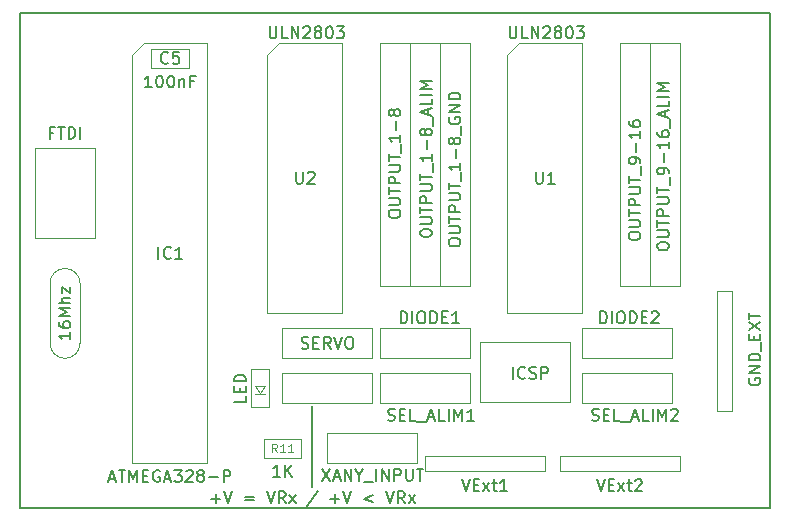
<source format=gbr>
G04 #@! TF.FileFunction,Other,Fab,Top*
%FSLAX46Y46*%
G04 Gerber Fmt 4.6, Leading zero omitted, Abs format (unit mm)*
G04 Created by KiCad (PCBNEW 4.0.7) date 12/18/18 08:39:27*
%MOMM*%
%LPD*%
G01*
G04 APERTURE LIST*
%ADD10C,0.100000*%
%ADD11C,0.200000*%
%ADD12C,0.150000*%
%ADD13C,0.105000*%
G04 APERTURE END LIST*
D10*
D11*
X158115000Y-109982000D02*
X158115000Y-103124000D01*
X133350000Y-69850000D02*
X196850000Y-69850000D01*
X196850000Y-111760000D02*
X133350000Y-111760000D01*
X133350000Y-69850000D02*
X133350000Y-111760000D01*
X196850000Y-111760000D02*
X196850000Y-69850000D01*
D10*
X180975000Y-99060000D02*
X188595000Y-99060000D01*
X188595000Y-99060000D02*
X188595000Y-96520000D01*
X188595000Y-96520000D02*
X180975000Y-96520000D01*
X180975000Y-96520000D02*
X180975000Y-99060000D01*
X163830000Y-99060000D02*
X171450000Y-99060000D01*
X171450000Y-99060000D02*
X171450000Y-96520000D01*
X171450000Y-96520000D02*
X163830000Y-96520000D01*
X163830000Y-96520000D02*
X163830000Y-99060000D01*
X155575000Y-102870000D02*
X163195000Y-102870000D01*
X163195000Y-102870000D02*
X163195000Y-100330000D01*
X163195000Y-100330000D02*
X155575000Y-100330000D01*
X155575000Y-100330000D02*
X155575000Y-102870000D01*
X155575000Y-99060000D02*
X163195000Y-99060000D01*
X163195000Y-99060000D02*
X163195000Y-96520000D01*
X163195000Y-96520000D02*
X155575000Y-96520000D01*
X155575000Y-96520000D02*
X155575000Y-99060000D01*
X144450000Y-74460000D02*
X144450000Y-72860000D01*
X147650000Y-74460000D02*
X144450000Y-74460000D01*
X147650000Y-72860000D02*
X147650000Y-74460000D01*
X144450000Y-72860000D02*
X147650000Y-72860000D01*
X153270000Y-102050000D02*
X154070000Y-102050000D01*
X153670000Y-102000000D02*
X153270000Y-101400000D01*
X154070000Y-101400000D02*
X153670000Y-102000000D01*
X153270000Y-101400000D02*
X154070000Y-101400000D01*
X154470000Y-100000000D02*
X154470000Y-103200000D01*
X152870000Y-100000000D02*
X154470000Y-100000000D01*
X152870000Y-103200000D02*
X152870000Y-100000000D01*
X154470000Y-103200000D02*
X152870000Y-103200000D01*
X143875000Y-72390000D02*
X149225000Y-72390000D01*
X149225000Y-72390000D02*
X149225000Y-107950000D01*
X149225000Y-107950000D02*
X142875000Y-107950000D01*
X142875000Y-107950000D02*
X142875000Y-73390000D01*
X142875000Y-73390000D02*
X143875000Y-72390000D01*
X180975000Y-102870000D02*
X188595000Y-102870000D01*
X188595000Y-102870000D02*
X188595000Y-100330000D01*
X188595000Y-100330000D02*
X180975000Y-100330000D01*
X180975000Y-100330000D02*
X180975000Y-102870000D01*
X163830000Y-102870000D02*
X171450000Y-102870000D01*
X171450000Y-102870000D02*
X171450000Y-100330000D01*
X171450000Y-100330000D02*
X163830000Y-100330000D01*
X163830000Y-100330000D02*
X163830000Y-102870000D01*
X167640000Y-107315000D02*
X177800000Y-107315000D01*
X177800000Y-107315000D02*
X177800000Y-108585000D01*
X177800000Y-108585000D02*
X167640000Y-108585000D01*
X167640000Y-107315000D02*
X167640000Y-108585000D01*
X159385000Y-107950000D02*
X167005000Y-107950000D01*
X167005000Y-107950000D02*
X167005000Y-105410000D01*
X167005000Y-105410000D02*
X159385000Y-105410000D01*
X159385000Y-105410000D02*
X159385000Y-107950000D01*
X134620000Y-81280000D02*
X134620000Y-88900000D01*
X134620000Y-88900000D02*
X139700000Y-88900000D01*
X139700000Y-88900000D02*
X139700000Y-81280000D01*
X139700000Y-81280000D02*
X134620000Y-81280000D01*
X172339000Y-102743000D02*
X179959000Y-102743000D01*
X179959000Y-102743000D02*
X179959000Y-97663000D01*
X179959000Y-97663000D02*
X172339000Y-97663000D01*
X172339000Y-97663000D02*
X172339000Y-102743000D01*
X192405000Y-103505000D02*
X192405000Y-93345000D01*
X192405000Y-93345000D02*
X193675000Y-93345000D01*
X193675000Y-93345000D02*
X193675000Y-103505000D01*
X192405000Y-103505000D02*
X193675000Y-103505000D01*
X179070000Y-107315000D02*
X189230000Y-107315000D01*
X189230000Y-107315000D02*
X189230000Y-108585000D01*
X189230000Y-108585000D02*
X179070000Y-108585000D01*
X179070000Y-107315000D02*
X179070000Y-108585000D01*
X153975000Y-107480000D02*
X153975000Y-105880000D01*
X157175000Y-107480000D02*
X153975000Y-107480000D01*
X157175000Y-105880000D02*
X157175000Y-107480000D01*
X153975000Y-105880000D02*
X157175000Y-105880000D01*
X175625000Y-72390000D02*
X180975000Y-72390000D01*
X180975000Y-72390000D02*
X180975000Y-95250000D01*
X180975000Y-95250000D02*
X174625000Y-95250000D01*
X174625000Y-95250000D02*
X174625000Y-73390000D01*
X174625000Y-73390000D02*
X175625000Y-72390000D01*
X155305000Y-72390000D02*
X160655000Y-72390000D01*
X160655000Y-72390000D02*
X160655000Y-95250000D01*
X160655000Y-95250000D02*
X154305000Y-95250000D01*
X154305000Y-95250000D02*
X154305000Y-73390000D01*
X154305000Y-73390000D02*
X155305000Y-72390000D01*
X137160000Y-91440000D02*
G75*
G03X135890000Y-92710000I0J-1270000D01*
G01*
X138430000Y-92710000D02*
G75*
G03X137160000Y-91440000I-1270000J0D01*
G01*
X137160000Y-99060000D02*
G75*
G03X138430000Y-97790000I0J1270000D01*
G01*
X135890000Y-97790000D02*
G75*
G03X137160000Y-99060000I1270000J0D01*
G01*
X138430000Y-97790000D02*
X138430000Y-92710000D01*
X135890000Y-92710000D02*
X135890000Y-97790000D01*
X184150000Y-90805000D02*
X184150000Y-92964000D01*
X184150000Y-92964000D02*
X186690000Y-92964000D01*
X186690000Y-92964000D02*
X186690000Y-90805000D01*
X186690000Y-72390000D02*
X186690000Y-90805000D01*
X184150000Y-90805000D02*
X184150000Y-72390000D01*
X186690000Y-72390000D02*
X184150000Y-72390000D01*
X186690000Y-90805000D02*
X186690000Y-92964000D01*
X186690000Y-92964000D02*
X189230000Y-92964000D01*
X189230000Y-92964000D02*
X189230000Y-90805000D01*
X189230000Y-72390000D02*
X189230000Y-90805000D01*
X186690000Y-90805000D02*
X186690000Y-72390000D01*
X189230000Y-72390000D02*
X186690000Y-72390000D01*
X163830000Y-90805000D02*
X163830000Y-92964000D01*
X163830000Y-92964000D02*
X166370000Y-92964000D01*
X166370000Y-92964000D02*
X166370000Y-90805000D01*
X166370000Y-72390000D02*
X166370000Y-90805000D01*
X163830000Y-90805000D02*
X163830000Y-72390000D01*
X166370000Y-72390000D02*
X163830000Y-72390000D01*
X166370000Y-90805000D02*
X166370000Y-92964000D01*
X166370000Y-92964000D02*
X168910000Y-92964000D01*
X168910000Y-92964000D02*
X168910000Y-90805000D01*
X168910000Y-72390000D02*
X168910000Y-90805000D01*
X166370000Y-90805000D02*
X166370000Y-72390000D01*
X168910000Y-72390000D02*
X166370000Y-72390000D01*
X168910000Y-90805000D02*
X168910000Y-92964000D01*
X168910000Y-92964000D02*
X171450000Y-92964000D01*
X171450000Y-92964000D02*
X171450000Y-90805000D01*
X171450000Y-72390000D02*
X171450000Y-90805000D01*
X168910000Y-90805000D02*
X168910000Y-72390000D01*
X171450000Y-72390000D02*
X168910000Y-72390000D01*
D12*
X182459619Y-96083381D02*
X182459619Y-95083381D01*
X182697714Y-95083381D01*
X182840572Y-95131000D01*
X182935810Y-95226238D01*
X182983429Y-95321476D01*
X183031048Y-95511952D01*
X183031048Y-95654810D01*
X182983429Y-95845286D01*
X182935810Y-95940524D01*
X182840572Y-96035762D01*
X182697714Y-96083381D01*
X182459619Y-96083381D01*
X183459619Y-96083381D02*
X183459619Y-95083381D01*
X184126285Y-95083381D02*
X184316762Y-95083381D01*
X184412000Y-95131000D01*
X184507238Y-95226238D01*
X184554857Y-95416714D01*
X184554857Y-95750048D01*
X184507238Y-95940524D01*
X184412000Y-96035762D01*
X184316762Y-96083381D01*
X184126285Y-96083381D01*
X184031047Y-96035762D01*
X183935809Y-95940524D01*
X183888190Y-95750048D01*
X183888190Y-95416714D01*
X183935809Y-95226238D01*
X184031047Y-95131000D01*
X184126285Y-95083381D01*
X184983428Y-96083381D02*
X184983428Y-95083381D01*
X185221523Y-95083381D01*
X185364381Y-95131000D01*
X185459619Y-95226238D01*
X185507238Y-95321476D01*
X185554857Y-95511952D01*
X185554857Y-95654810D01*
X185507238Y-95845286D01*
X185459619Y-95940524D01*
X185364381Y-96035762D01*
X185221523Y-96083381D01*
X184983428Y-96083381D01*
X185983428Y-95559571D02*
X186316762Y-95559571D01*
X186459619Y-96083381D02*
X185983428Y-96083381D01*
X185983428Y-95083381D01*
X186459619Y-95083381D01*
X186840571Y-95178619D02*
X186888190Y-95131000D01*
X186983428Y-95083381D01*
X187221524Y-95083381D01*
X187316762Y-95131000D01*
X187364381Y-95178619D01*
X187412000Y-95273857D01*
X187412000Y-95369095D01*
X187364381Y-95511952D01*
X186792952Y-96083381D01*
X187412000Y-96083381D01*
X165568619Y-96083381D02*
X165568619Y-95083381D01*
X165806714Y-95083381D01*
X165949572Y-95131000D01*
X166044810Y-95226238D01*
X166092429Y-95321476D01*
X166140048Y-95511952D01*
X166140048Y-95654810D01*
X166092429Y-95845286D01*
X166044810Y-95940524D01*
X165949572Y-96035762D01*
X165806714Y-96083381D01*
X165568619Y-96083381D01*
X166568619Y-96083381D02*
X166568619Y-95083381D01*
X167235285Y-95083381D02*
X167425762Y-95083381D01*
X167521000Y-95131000D01*
X167616238Y-95226238D01*
X167663857Y-95416714D01*
X167663857Y-95750048D01*
X167616238Y-95940524D01*
X167521000Y-96035762D01*
X167425762Y-96083381D01*
X167235285Y-96083381D01*
X167140047Y-96035762D01*
X167044809Y-95940524D01*
X166997190Y-95750048D01*
X166997190Y-95416714D01*
X167044809Y-95226238D01*
X167140047Y-95131000D01*
X167235285Y-95083381D01*
X168092428Y-96083381D02*
X168092428Y-95083381D01*
X168330523Y-95083381D01*
X168473381Y-95131000D01*
X168568619Y-95226238D01*
X168616238Y-95321476D01*
X168663857Y-95511952D01*
X168663857Y-95654810D01*
X168616238Y-95845286D01*
X168568619Y-95940524D01*
X168473381Y-96035762D01*
X168330523Y-96083381D01*
X168092428Y-96083381D01*
X169092428Y-95559571D02*
X169425762Y-95559571D01*
X169568619Y-96083381D02*
X169092428Y-96083381D01*
X169092428Y-95083381D01*
X169568619Y-95083381D01*
X170521000Y-96083381D02*
X169949571Y-96083381D01*
X170235285Y-96083381D02*
X170235285Y-95083381D01*
X170140047Y-95226238D01*
X170044809Y-95321476D01*
X169949571Y-95369095D01*
X149543571Y-110942429D02*
X150305476Y-110942429D01*
X149924524Y-111323381D02*
X149924524Y-110561476D01*
X150638809Y-110323381D02*
X150972142Y-111323381D01*
X151305476Y-110323381D01*
X152400714Y-110799571D02*
X153162619Y-110799571D01*
X153162619Y-111085286D02*
X152400714Y-111085286D01*
X154257857Y-110323381D02*
X154591190Y-111323381D01*
X154924524Y-110323381D01*
X155829286Y-111323381D02*
X155495952Y-110847190D01*
X155257857Y-111323381D02*
X155257857Y-110323381D01*
X155638810Y-110323381D01*
X155734048Y-110371000D01*
X155781667Y-110418619D01*
X155829286Y-110513857D01*
X155829286Y-110656714D01*
X155781667Y-110751952D01*
X155734048Y-110799571D01*
X155638810Y-110847190D01*
X155257857Y-110847190D01*
X156162619Y-111323381D02*
X156686429Y-110656714D01*
X156162619Y-110656714D02*
X156686429Y-111323381D01*
X158543572Y-110275762D02*
X157686429Y-111561476D01*
X159638810Y-110942429D02*
X160400715Y-110942429D01*
X160019763Y-111323381D02*
X160019763Y-110561476D01*
X160734048Y-110323381D02*
X161067381Y-111323381D01*
X161400715Y-110323381D01*
X163257858Y-110656714D02*
X162495953Y-110942429D01*
X163257858Y-111228143D01*
X164353096Y-110323381D02*
X164686429Y-111323381D01*
X165019763Y-110323381D01*
X165924525Y-111323381D02*
X165591191Y-110847190D01*
X165353096Y-111323381D02*
X165353096Y-110323381D01*
X165734049Y-110323381D01*
X165829287Y-110371000D01*
X165876906Y-110418619D01*
X165924525Y-110513857D01*
X165924525Y-110656714D01*
X165876906Y-110751952D01*
X165829287Y-110799571D01*
X165734049Y-110847190D01*
X165353096Y-110847190D01*
X166257858Y-111323381D02*
X166781668Y-110656714D01*
X166257858Y-110656714D02*
X166781668Y-111323381D01*
X157194524Y-98194762D02*
X157337381Y-98242381D01*
X157575477Y-98242381D01*
X157670715Y-98194762D01*
X157718334Y-98147143D01*
X157765953Y-98051905D01*
X157765953Y-97956667D01*
X157718334Y-97861429D01*
X157670715Y-97813810D01*
X157575477Y-97766190D01*
X157385000Y-97718571D01*
X157289762Y-97670952D01*
X157242143Y-97623333D01*
X157194524Y-97528095D01*
X157194524Y-97432857D01*
X157242143Y-97337619D01*
X157289762Y-97290000D01*
X157385000Y-97242381D01*
X157623096Y-97242381D01*
X157765953Y-97290000D01*
X158194524Y-97718571D02*
X158527858Y-97718571D01*
X158670715Y-98242381D02*
X158194524Y-98242381D01*
X158194524Y-97242381D01*
X158670715Y-97242381D01*
X159670715Y-98242381D02*
X159337381Y-97766190D01*
X159099286Y-98242381D02*
X159099286Y-97242381D01*
X159480239Y-97242381D01*
X159575477Y-97290000D01*
X159623096Y-97337619D01*
X159670715Y-97432857D01*
X159670715Y-97575714D01*
X159623096Y-97670952D01*
X159575477Y-97718571D01*
X159480239Y-97766190D01*
X159099286Y-97766190D01*
X159956429Y-97242381D02*
X160289762Y-98242381D01*
X160623096Y-97242381D01*
X161146905Y-97242381D02*
X161337382Y-97242381D01*
X161432620Y-97290000D01*
X161527858Y-97385238D01*
X161575477Y-97575714D01*
X161575477Y-97909048D01*
X161527858Y-98099524D01*
X161432620Y-98194762D01*
X161337382Y-98242381D01*
X161146905Y-98242381D01*
X161051667Y-98194762D01*
X160956429Y-98099524D01*
X160908810Y-97909048D01*
X160908810Y-97575714D01*
X160956429Y-97385238D01*
X161051667Y-97290000D01*
X161146905Y-97242381D01*
X144502381Y-76112381D02*
X143930952Y-76112381D01*
X144216666Y-76112381D02*
X144216666Y-75112381D01*
X144121428Y-75255238D01*
X144026190Y-75350476D01*
X143930952Y-75398095D01*
X145121428Y-75112381D02*
X145216667Y-75112381D01*
X145311905Y-75160000D01*
X145359524Y-75207619D01*
X145407143Y-75302857D01*
X145454762Y-75493333D01*
X145454762Y-75731429D01*
X145407143Y-75921905D01*
X145359524Y-76017143D01*
X145311905Y-76064762D01*
X145216667Y-76112381D01*
X145121428Y-76112381D01*
X145026190Y-76064762D01*
X144978571Y-76017143D01*
X144930952Y-75921905D01*
X144883333Y-75731429D01*
X144883333Y-75493333D01*
X144930952Y-75302857D01*
X144978571Y-75207619D01*
X145026190Y-75160000D01*
X145121428Y-75112381D01*
X146073809Y-75112381D02*
X146169048Y-75112381D01*
X146264286Y-75160000D01*
X146311905Y-75207619D01*
X146359524Y-75302857D01*
X146407143Y-75493333D01*
X146407143Y-75731429D01*
X146359524Y-75921905D01*
X146311905Y-76017143D01*
X146264286Y-76064762D01*
X146169048Y-76112381D01*
X146073809Y-76112381D01*
X145978571Y-76064762D01*
X145930952Y-76017143D01*
X145883333Y-75921905D01*
X145835714Y-75731429D01*
X145835714Y-75493333D01*
X145883333Y-75302857D01*
X145930952Y-75207619D01*
X145978571Y-75160000D01*
X146073809Y-75112381D01*
X146835714Y-75445714D02*
X146835714Y-76112381D01*
X146835714Y-75540952D02*
X146883333Y-75493333D01*
X146978571Y-75445714D01*
X147121429Y-75445714D01*
X147216667Y-75493333D01*
X147264286Y-75588571D01*
X147264286Y-76112381D01*
X148073810Y-75588571D02*
X147740476Y-75588571D01*
X147740476Y-76112381D02*
X147740476Y-75112381D01*
X148216667Y-75112381D01*
X145883334Y-74017143D02*
X145835715Y-74064762D01*
X145692858Y-74112381D01*
X145597620Y-74112381D01*
X145454762Y-74064762D01*
X145359524Y-73969524D01*
X145311905Y-73874286D01*
X145264286Y-73683810D01*
X145264286Y-73540952D01*
X145311905Y-73350476D01*
X145359524Y-73255238D01*
X145454762Y-73160000D01*
X145597620Y-73112381D01*
X145692858Y-73112381D01*
X145835715Y-73160000D01*
X145883334Y-73207619D01*
X146788096Y-73112381D02*
X146311905Y-73112381D01*
X146264286Y-73588571D01*
X146311905Y-73540952D01*
X146407143Y-73493333D01*
X146645239Y-73493333D01*
X146740477Y-73540952D01*
X146788096Y-73588571D01*
X146835715Y-73683810D01*
X146835715Y-73921905D01*
X146788096Y-74017143D01*
X146740477Y-74064762D01*
X146645239Y-74112381D01*
X146407143Y-74112381D01*
X146311905Y-74064762D01*
X146264286Y-74017143D01*
X152471381Y-102242857D02*
X152471381Y-102719048D01*
X151471381Y-102719048D01*
X151947571Y-101909524D02*
X151947571Y-101576190D01*
X152471381Y-101433333D02*
X152471381Y-101909524D01*
X151471381Y-101909524D01*
X151471381Y-101433333D01*
X152471381Y-101004762D02*
X151471381Y-101004762D01*
X151471381Y-100766667D01*
X151519000Y-100623809D01*
X151614238Y-100528571D01*
X151709476Y-100480952D01*
X151899952Y-100433333D01*
X152042810Y-100433333D01*
X152233286Y-100480952D01*
X152328524Y-100528571D01*
X152423762Y-100623809D01*
X152471381Y-100766667D01*
X152471381Y-101004762D01*
X140930952Y-109236667D02*
X141407143Y-109236667D01*
X140835714Y-109522381D02*
X141169047Y-108522381D01*
X141502381Y-109522381D01*
X141692857Y-108522381D02*
X142264286Y-108522381D01*
X141978571Y-109522381D02*
X141978571Y-108522381D01*
X142597619Y-109522381D02*
X142597619Y-108522381D01*
X142930953Y-109236667D01*
X143264286Y-108522381D01*
X143264286Y-109522381D01*
X143740476Y-108998571D02*
X144073810Y-108998571D01*
X144216667Y-109522381D02*
X143740476Y-109522381D01*
X143740476Y-108522381D01*
X144216667Y-108522381D01*
X145169048Y-108570000D02*
X145073810Y-108522381D01*
X144930953Y-108522381D01*
X144788095Y-108570000D01*
X144692857Y-108665238D01*
X144645238Y-108760476D01*
X144597619Y-108950952D01*
X144597619Y-109093810D01*
X144645238Y-109284286D01*
X144692857Y-109379524D01*
X144788095Y-109474762D01*
X144930953Y-109522381D01*
X145026191Y-109522381D01*
X145169048Y-109474762D01*
X145216667Y-109427143D01*
X145216667Y-109093810D01*
X145026191Y-109093810D01*
X145597619Y-109236667D02*
X146073810Y-109236667D01*
X145502381Y-109522381D02*
X145835714Y-108522381D01*
X146169048Y-109522381D01*
X146407143Y-108522381D02*
X147026191Y-108522381D01*
X146692857Y-108903333D01*
X146835715Y-108903333D01*
X146930953Y-108950952D01*
X146978572Y-108998571D01*
X147026191Y-109093810D01*
X147026191Y-109331905D01*
X146978572Y-109427143D01*
X146930953Y-109474762D01*
X146835715Y-109522381D01*
X146550000Y-109522381D01*
X146454762Y-109474762D01*
X146407143Y-109427143D01*
X147407143Y-108617619D02*
X147454762Y-108570000D01*
X147550000Y-108522381D01*
X147788096Y-108522381D01*
X147883334Y-108570000D01*
X147930953Y-108617619D01*
X147978572Y-108712857D01*
X147978572Y-108808095D01*
X147930953Y-108950952D01*
X147359524Y-109522381D01*
X147978572Y-109522381D01*
X148550000Y-108950952D02*
X148454762Y-108903333D01*
X148407143Y-108855714D01*
X148359524Y-108760476D01*
X148359524Y-108712857D01*
X148407143Y-108617619D01*
X148454762Y-108570000D01*
X148550000Y-108522381D01*
X148740477Y-108522381D01*
X148835715Y-108570000D01*
X148883334Y-108617619D01*
X148930953Y-108712857D01*
X148930953Y-108760476D01*
X148883334Y-108855714D01*
X148835715Y-108903333D01*
X148740477Y-108950952D01*
X148550000Y-108950952D01*
X148454762Y-108998571D01*
X148407143Y-109046190D01*
X148359524Y-109141429D01*
X148359524Y-109331905D01*
X148407143Y-109427143D01*
X148454762Y-109474762D01*
X148550000Y-109522381D01*
X148740477Y-109522381D01*
X148835715Y-109474762D01*
X148883334Y-109427143D01*
X148930953Y-109331905D01*
X148930953Y-109141429D01*
X148883334Y-109046190D01*
X148835715Y-108998571D01*
X148740477Y-108950952D01*
X149359524Y-109141429D02*
X150121429Y-109141429D01*
X150597619Y-109522381D02*
X150597619Y-108522381D01*
X150978572Y-108522381D01*
X151073810Y-108570000D01*
X151121429Y-108617619D01*
X151169048Y-108712857D01*
X151169048Y-108855714D01*
X151121429Y-108950952D01*
X151073810Y-108998571D01*
X150978572Y-109046190D01*
X150597619Y-109046190D01*
X145073810Y-90622381D02*
X145073810Y-89622381D01*
X146121429Y-90527143D02*
X146073810Y-90574762D01*
X145930953Y-90622381D01*
X145835715Y-90622381D01*
X145692857Y-90574762D01*
X145597619Y-90479524D01*
X145550000Y-90384286D01*
X145502381Y-90193810D01*
X145502381Y-90050952D01*
X145550000Y-89860476D01*
X145597619Y-89765238D01*
X145692857Y-89670000D01*
X145835715Y-89622381D01*
X145930953Y-89622381D01*
X146073810Y-89670000D01*
X146121429Y-89717619D01*
X147073810Y-90622381D02*
X146502381Y-90622381D01*
X146788095Y-90622381D02*
X146788095Y-89622381D01*
X146692857Y-89765238D01*
X146597619Y-89860476D01*
X146502381Y-89908095D01*
X181777143Y-104290762D02*
X181920000Y-104338381D01*
X182158096Y-104338381D01*
X182253334Y-104290762D01*
X182300953Y-104243143D01*
X182348572Y-104147905D01*
X182348572Y-104052667D01*
X182300953Y-103957429D01*
X182253334Y-103909810D01*
X182158096Y-103862190D01*
X181967619Y-103814571D01*
X181872381Y-103766952D01*
X181824762Y-103719333D01*
X181777143Y-103624095D01*
X181777143Y-103528857D01*
X181824762Y-103433619D01*
X181872381Y-103386000D01*
X181967619Y-103338381D01*
X182205715Y-103338381D01*
X182348572Y-103386000D01*
X182777143Y-103814571D02*
X183110477Y-103814571D01*
X183253334Y-104338381D02*
X182777143Y-104338381D01*
X182777143Y-103338381D01*
X183253334Y-103338381D01*
X184158096Y-104338381D02*
X183681905Y-104338381D01*
X183681905Y-103338381D01*
X184253334Y-104433619D02*
X185015239Y-104433619D01*
X185205715Y-104052667D02*
X185681906Y-104052667D01*
X185110477Y-104338381D02*
X185443810Y-103338381D01*
X185777144Y-104338381D01*
X186586668Y-104338381D02*
X186110477Y-104338381D01*
X186110477Y-103338381D01*
X186920001Y-104338381D02*
X186920001Y-103338381D01*
X187396191Y-104338381D02*
X187396191Y-103338381D01*
X187729525Y-104052667D01*
X188062858Y-103338381D01*
X188062858Y-104338381D01*
X188491429Y-103433619D02*
X188539048Y-103386000D01*
X188634286Y-103338381D01*
X188872382Y-103338381D01*
X188967620Y-103386000D01*
X189015239Y-103433619D01*
X189062858Y-103528857D01*
X189062858Y-103624095D01*
X189015239Y-103766952D01*
X188443810Y-104338381D01*
X189062858Y-104338381D01*
X164505143Y-104290762D02*
X164648000Y-104338381D01*
X164886096Y-104338381D01*
X164981334Y-104290762D01*
X165028953Y-104243143D01*
X165076572Y-104147905D01*
X165076572Y-104052667D01*
X165028953Y-103957429D01*
X164981334Y-103909810D01*
X164886096Y-103862190D01*
X164695619Y-103814571D01*
X164600381Y-103766952D01*
X164552762Y-103719333D01*
X164505143Y-103624095D01*
X164505143Y-103528857D01*
X164552762Y-103433619D01*
X164600381Y-103386000D01*
X164695619Y-103338381D01*
X164933715Y-103338381D01*
X165076572Y-103386000D01*
X165505143Y-103814571D02*
X165838477Y-103814571D01*
X165981334Y-104338381D02*
X165505143Y-104338381D01*
X165505143Y-103338381D01*
X165981334Y-103338381D01*
X166886096Y-104338381D02*
X166409905Y-104338381D01*
X166409905Y-103338381D01*
X166981334Y-104433619D02*
X167743239Y-104433619D01*
X167933715Y-104052667D02*
X168409906Y-104052667D01*
X167838477Y-104338381D02*
X168171810Y-103338381D01*
X168505144Y-104338381D01*
X169314668Y-104338381D02*
X168838477Y-104338381D01*
X168838477Y-103338381D01*
X169648001Y-104338381D02*
X169648001Y-103338381D01*
X170124191Y-104338381D02*
X170124191Y-103338381D01*
X170457525Y-104052667D01*
X170790858Y-103338381D01*
X170790858Y-104338381D01*
X171790858Y-104338381D02*
X171219429Y-104338381D01*
X171505143Y-104338381D02*
X171505143Y-103338381D01*
X171409905Y-103481238D01*
X171314667Y-103576476D01*
X171219429Y-103624095D01*
X170767619Y-109307381D02*
X171100952Y-110307381D01*
X171434286Y-109307381D01*
X171767619Y-109783571D02*
X172100953Y-109783571D01*
X172243810Y-110307381D02*
X171767619Y-110307381D01*
X171767619Y-109307381D01*
X172243810Y-109307381D01*
X172577143Y-110307381D02*
X173100953Y-109640714D01*
X172577143Y-109640714D02*
X173100953Y-110307381D01*
X173339048Y-109640714D02*
X173720000Y-109640714D01*
X173481905Y-109307381D02*
X173481905Y-110164524D01*
X173529524Y-110259762D01*
X173624762Y-110307381D01*
X173720000Y-110307381D01*
X174577144Y-110307381D02*
X174005715Y-110307381D01*
X174291429Y-110307381D02*
X174291429Y-109307381D01*
X174196191Y-109450238D01*
X174100953Y-109545476D01*
X174005715Y-109593095D01*
X158933095Y-108418381D02*
X159599762Y-109418381D01*
X159599762Y-108418381D02*
X158933095Y-109418381D01*
X159933095Y-109132667D02*
X160409286Y-109132667D01*
X159837857Y-109418381D02*
X160171190Y-108418381D01*
X160504524Y-109418381D01*
X160837857Y-109418381D02*
X160837857Y-108418381D01*
X161409286Y-109418381D01*
X161409286Y-108418381D01*
X162075952Y-108942190D02*
X162075952Y-109418381D01*
X161742619Y-108418381D02*
X162075952Y-108942190D01*
X162409286Y-108418381D01*
X162504524Y-109513619D02*
X163266429Y-109513619D01*
X163504524Y-109418381D02*
X163504524Y-108418381D01*
X163980714Y-109418381D02*
X163980714Y-108418381D01*
X164552143Y-109418381D01*
X164552143Y-108418381D01*
X165028333Y-109418381D02*
X165028333Y-108418381D01*
X165409286Y-108418381D01*
X165504524Y-108466000D01*
X165552143Y-108513619D01*
X165599762Y-108608857D01*
X165599762Y-108751714D01*
X165552143Y-108846952D01*
X165504524Y-108894571D01*
X165409286Y-108942190D01*
X165028333Y-108942190D01*
X166028333Y-108418381D02*
X166028333Y-109227905D01*
X166075952Y-109323143D01*
X166123571Y-109370762D01*
X166218809Y-109418381D01*
X166409286Y-109418381D01*
X166504524Y-109370762D01*
X166552143Y-109323143D01*
X166599762Y-109227905D01*
X166599762Y-108418381D01*
X166933095Y-108418381D02*
X167504524Y-108418381D01*
X167218809Y-109418381D02*
X167218809Y-108418381D01*
X136183810Y-79938571D02*
X135850476Y-79938571D01*
X135850476Y-80462381D02*
X135850476Y-79462381D01*
X136326667Y-79462381D01*
X136564762Y-79462381D02*
X137136191Y-79462381D01*
X136850476Y-80462381D02*
X136850476Y-79462381D01*
X137469524Y-80462381D02*
X137469524Y-79462381D01*
X137707619Y-79462381D01*
X137850477Y-79510000D01*
X137945715Y-79605238D01*
X137993334Y-79700476D01*
X138040953Y-79890952D01*
X138040953Y-80033810D01*
X137993334Y-80224286D01*
X137945715Y-80319524D01*
X137850477Y-80414762D01*
X137707619Y-80462381D01*
X137469524Y-80462381D01*
X138469524Y-80462381D02*
X138469524Y-79462381D01*
X175053810Y-100782381D02*
X175053810Y-99782381D01*
X176101429Y-100687143D02*
X176053810Y-100734762D01*
X175910953Y-100782381D01*
X175815715Y-100782381D01*
X175672857Y-100734762D01*
X175577619Y-100639524D01*
X175530000Y-100544286D01*
X175482381Y-100353810D01*
X175482381Y-100210952D01*
X175530000Y-100020476D01*
X175577619Y-99925238D01*
X175672857Y-99830000D01*
X175815715Y-99782381D01*
X175910953Y-99782381D01*
X176053810Y-99830000D01*
X176101429Y-99877619D01*
X176482381Y-100734762D02*
X176625238Y-100782381D01*
X176863334Y-100782381D01*
X176958572Y-100734762D01*
X177006191Y-100687143D01*
X177053810Y-100591905D01*
X177053810Y-100496667D01*
X177006191Y-100401429D01*
X176958572Y-100353810D01*
X176863334Y-100306190D01*
X176672857Y-100258571D01*
X176577619Y-100210952D01*
X176530000Y-100163333D01*
X176482381Y-100068095D01*
X176482381Y-99972857D01*
X176530000Y-99877619D01*
X176577619Y-99830000D01*
X176672857Y-99782381D01*
X176910953Y-99782381D01*
X177053810Y-99830000D01*
X177482381Y-100782381D02*
X177482381Y-99782381D01*
X177863334Y-99782381D01*
X177958572Y-99830000D01*
X178006191Y-99877619D01*
X178053810Y-99972857D01*
X178053810Y-100115714D01*
X178006191Y-100210952D01*
X177958572Y-100258571D01*
X177863334Y-100306190D01*
X177482381Y-100306190D01*
X195080000Y-100750381D02*
X195032381Y-100845619D01*
X195032381Y-100988476D01*
X195080000Y-101131334D01*
X195175238Y-101226572D01*
X195270476Y-101274191D01*
X195460952Y-101321810D01*
X195603810Y-101321810D01*
X195794286Y-101274191D01*
X195889524Y-101226572D01*
X195984762Y-101131334D01*
X196032381Y-100988476D01*
X196032381Y-100893238D01*
X195984762Y-100750381D01*
X195937143Y-100702762D01*
X195603810Y-100702762D01*
X195603810Y-100893238D01*
X196032381Y-100274191D02*
X195032381Y-100274191D01*
X196032381Y-99702762D01*
X195032381Y-99702762D01*
X196032381Y-99226572D02*
X195032381Y-99226572D01*
X195032381Y-98988477D01*
X195080000Y-98845619D01*
X195175238Y-98750381D01*
X195270476Y-98702762D01*
X195460952Y-98655143D01*
X195603810Y-98655143D01*
X195794286Y-98702762D01*
X195889524Y-98750381D01*
X195984762Y-98845619D01*
X196032381Y-98988477D01*
X196032381Y-99226572D01*
X196127619Y-98464667D02*
X196127619Y-97702762D01*
X195508571Y-97464667D02*
X195508571Y-97131333D01*
X196032381Y-96988476D02*
X196032381Y-97464667D01*
X195032381Y-97464667D01*
X195032381Y-96988476D01*
X195032381Y-96655143D02*
X196032381Y-95988476D01*
X195032381Y-95988476D02*
X196032381Y-96655143D01*
X195032381Y-95750381D02*
X195032381Y-95178952D01*
X196032381Y-95464667D02*
X195032381Y-95464667D01*
X182197619Y-109307381D02*
X182530952Y-110307381D01*
X182864286Y-109307381D01*
X183197619Y-109783571D02*
X183530953Y-109783571D01*
X183673810Y-110307381D02*
X183197619Y-110307381D01*
X183197619Y-109307381D01*
X183673810Y-109307381D01*
X184007143Y-110307381D02*
X184530953Y-109640714D01*
X184007143Y-109640714D02*
X184530953Y-110307381D01*
X184769048Y-109640714D02*
X185150000Y-109640714D01*
X184911905Y-109307381D02*
X184911905Y-110164524D01*
X184959524Y-110259762D01*
X185054762Y-110307381D01*
X185150000Y-110307381D01*
X185435715Y-109402619D02*
X185483334Y-109355000D01*
X185578572Y-109307381D01*
X185816668Y-109307381D01*
X185911906Y-109355000D01*
X185959525Y-109402619D01*
X186007144Y-109497857D01*
X186007144Y-109593095D01*
X185959525Y-109735952D01*
X185388096Y-110307381D01*
X186007144Y-110307381D01*
X155360715Y-109082381D02*
X154789286Y-109082381D01*
X155075000Y-109082381D02*
X155075000Y-108082381D01*
X154979762Y-108225238D01*
X154884524Y-108320476D01*
X154789286Y-108368095D01*
X155789286Y-109082381D02*
X155789286Y-108082381D01*
X156360715Y-109082381D02*
X155932143Y-108510952D01*
X156360715Y-108082381D02*
X155789286Y-108653810D01*
D13*
X155125000Y-106996667D02*
X154891666Y-106663333D01*
X154725000Y-106996667D02*
X154725000Y-106296667D01*
X154991666Y-106296667D01*
X155058333Y-106330000D01*
X155091666Y-106363333D01*
X155125000Y-106430000D01*
X155125000Y-106530000D01*
X155091666Y-106596667D01*
X155058333Y-106630000D01*
X154991666Y-106663333D01*
X154725000Y-106663333D01*
X155791666Y-106996667D02*
X155391666Y-106996667D01*
X155591666Y-106996667D02*
X155591666Y-106296667D01*
X155525000Y-106396667D01*
X155458333Y-106463333D01*
X155391666Y-106496667D01*
X156458333Y-106996667D02*
X156058333Y-106996667D01*
X156258333Y-106996667D02*
X156258333Y-106296667D01*
X156191667Y-106396667D01*
X156125000Y-106463333D01*
X156058333Y-106496667D01*
D12*
X174807952Y-70953381D02*
X174807952Y-71762905D01*
X174855571Y-71858143D01*
X174903190Y-71905762D01*
X174998428Y-71953381D01*
X175188905Y-71953381D01*
X175284143Y-71905762D01*
X175331762Y-71858143D01*
X175379381Y-71762905D01*
X175379381Y-70953381D01*
X176331762Y-71953381D02*
X175855571Y-71953381D01*
X175855571Y-70953381D01*
X176665095Y-71953381D02*
X176665095Y-70953381D01*
X177236524Y-71953381D01*
X177236524Y-70953381D01*
X177665095Y-71048619D02*
X177712714Y-71001000D01*
X177807952Y-70953381D01*
X178046048Y-70953381D01*
X178141286Y-71001000D01*
X178188905Y-71048619D01*
X178236524Y-71143857D01*
X178236524Y-71239095D01*
X178188905Y-71381952D01*
X177617476Y-71953381D01*
X178236524Y-71953381D01*
X178807952Y-71381952D02*
X178712714Y-71334333D01*
X178665095Y-71286714D01*
X178617476Y-71191476D01*
X178617476Y-71143857D01*
X178665095Y-71048619D01*
X178712714Y-71001000D01*
X178807952Y-70953381D01*
X178998429Y-70953381D01*
X179093667Y-71001000D01*
X179141286Y-71048619D01*
X179188905Y-71143857D01*
X179188905Y-71191476D01*
X179141286Y-71286714D01*
X179093667Y-71334333D01*
X178998429Y-71381952D01*
X178807952Y-71381952D01*
X178712714Y-71429571D01*
X178665095Y-71477190D01*
X178617476Y-71572429D01*
X178617476Y-71762905D01*
X178665095Y-71858143D01*
X178712714Y-71905762D01*
X178807952Y-71953381D01*
X178998429Y-71953381D01*
X179093667Y-71905762D01*
X179141286Y-71858143D01*
X179188905Y-71762905D01*
X179188905Y-71572429D01*
X179141286Y-71477190D01*
X179093667Y-71429571D01*
X178998429Y-71381952D01*
X179807952Y-70953381D02*
X179903191Y-70953381D01*
X179998429Y-71001000D01*
X180046048Y-71048619D01*
X180093667Y-71143857D01*
X180141286Y-71334333D01*
X180141286Y-71572429D01*
X180093667Y-71762905D01*
X180046048Y-71858143D01*
X179998429Y-71905762D01*
X179903191Y-71953381D01*
X179807952Y-71953381D01*
X179712714Y-71905762D01*
X179665095Y-71858143D01*
X179617476Y-71762905D01*
X179569857Y-71572429D01*
X179569857Y-71334333D01*
X179617476Y-71143857D01*
X179665095Y-71048619D01*
X179712714Y-71001000D01*
X179807952Y-70953381D01*
X180474619Y-70953381D02*
X181093667Y-70953381D01*
X180760333Y-71334333D01*
X180903191Y-71334333D01*
X180998429Y-71381952D01*
X181046048Y-71429571D01*
X181093667Y-71524810D01*
X181093667Y-71762905D01*
X181046048Y-71858143D01*
X180998429Y-71905762D01*
X180903191Y-71953381D01*
X180617476Y-71953381D01*
X180522238Y-71905762D01*
X180474619Y-71858143D01*
X177038095Y-83272381D02*
X177038095Y-84081905D01*
X177085714Y-84177143D01*
X177133333Y-84224762D01*
X177228571Y-84272381D01*
X177419048Y-84272381D01*
X177514286Y-84224762D01*
X177561905Y-84177143D01*
X177609524Y-84081905D01*
X177609524Y-83272381D01*
X178609524Y-84272381D02*
X178038095Y-84272381D01*
X178323809Y-84272381D02*
X178323809Y-83272381D01*
X178228571Y-83415238D01*
X178133333Y-83510476D01*
X178038095Y-83558095D01*
X154487952Y-70953381D02*
X154487952Y-71762905D01*
X154535571Y-71858143D01*
X154583190Y-71905762D01*
X154678428Y-71953381D01*
X154868905Y-71953381D01*
X154964143Y-71905762D01*
X155011762Y-71858143D01*
X155059381Y-71762905D01*
X155059381Y-70953381D01*
X156011762Y-71953381D02*
X155535571Y-71953381D01*
X155535571Y-70953381D01*
X156345095Y-71953381D02*
X156345095Y-70953381D01*
X156916524Y-71953381D01*
X156916524Y-70953381D01*
X157345095Y-71048619D02*
X157392714Y-71001000D01*
X157487952Y-70953381D01*
X157726048Y-70953381D01*
X157821286Y-71001000D01*
X157868905Y-71048619D01*
X157916524Y-71143857D01*
X157916524Y-71239095D01*
X157868905Y-71381952D01*
X157297476Y-71953381D01*
X157916524Y-71953381D01*
X158487952Y-71381952D02*
X158392714Y-71334333D01*
X158345095Y-71286714D01*
X158297476Y-71191476D01*
X158297476Y-71143857D01*
X158345095Y-71048619D01*
X158392714Y-71001000D01*
X158487952Y-70953381D01*
X158678429Y-70953381D01*
X158773667Y-71001000D01*
X158821286Y-71048619D01*
X158868905Y-71143857D01*
X158868905Y-71191476D01*
X158821286Y-71286714D01*
X158773667Y-71334333D01*
X158678429Y-71381952D01*
X158487952Y-71381952D01*
X158392714Y-71429571D01*
X158345095Y-71477190D01*
X158297476Y-71572429D01*
X158297476Y-71762905D01*
X158345095Y-71858143D01*
X158392714Y-71905762D01*
X158487952Y-71953381D01*
X158678429Y-71953381D01*
X158773667Y-71905762D01*
X158821286Y-71858143D01*
X158868905Y-71762905D01*
X158868905Y-71572429D01*
X158821286Y-71477190D01*
X158773667Y-71429571D01*
X158678429Y-71381952D01*
X159487952Y-70953381D02*
X159583191Y-70953381D01*
X159678429Y-71001000D01*
X159726048Y-71048619D01*
X159773667Y-71143857D01*
X159821286Y-71334333D01*
X159821286Y-71572429D01*
X159773667Y-71762905D01*
X159726048Y-71858143D01*
X159678429Y-71905762D01*
X159583191Y-71953381D01*
X159487952Y-71953381D01*
X159392714Y-71905762D01*
X159345095Y-71858143D01*
X159297476Y-71762905D01*
X159249857Y-71572429D01*
X159249857Y-71334333D01*
X159297476Y-71143857D01*
X159345095Y-71048619D01*
X159392714Y-71001000D01*
X159487952Y-70953381D01*
X160154619Y-70953381D02*
X160773667Y-70953381D01*
X160440333Y-71334333D01*
X160583191Y-71334333D01*
X160678429Y-71381952D01*
X160726048Y-71429571D01*
X160773667Y-71524810D01*
X160773667Y-71762905D01*
X160726048Y-71858143D01*
X160678429Y-71905762D01*
X160583191Y-71953381D01*
X160297476Y-71953381D01*
X160202238Y-71905762D01*
X160154619Y-71858143D01*
X156718095Y-83272381D02*
X156718095Y-84081905D01*
X156765714Y-84177143D01*
X156813333Y-84224762D01*
X156908571Y-84272381D01*
X157099048Y-84272381D01*
X157194286Y-84224762D01*
X157241905Y-84177143D01*
X157289524Y-84081905D01*
X157289524Y-83272381D01*
X157718095Y-83367619D02*
X157765714Y-83320000D01*
X157860952Y-83272381D01*
X158099048Y-83272381D01*
X158194286Y-83320000D01*
X158241905Y-83367619D01*
X158289524Y-83462857D01*
X158289524Y-83558095D01*
X158241905Y-83700952D01*
X157670476Y-84272381D01*
X158289524Y-84272381D01*
X137612381Y-96869047D02*
X137612381Y-97440476D01*
X137612381Y-97154762D02*
X136612381Y-97154762D01*
X136755238Y-97250000D01*
X136850476Y-97345238D01*
X136898095Y-97440476D01*
X136612381Y-96011904D02*
X136612381Y-96202381D01*
X136660000Y-96297619D01*
X136707619Y-96345238D01*
X136850476Y-96440476D01*
X137040952Y-96488095D01*
X137421905Y-96488095D01*
X137517143Y-96440476D01*
X137564762Y-96392857D01*
X137612381Y-96297619D01*
X137612381Y-96107142D01*
X137564762Y-96011904D01*
X137517143Y-95964285D01*
X137421905Y-95916666D01*
X137183810Y-95916666D01*
X137088571Y-95964285D01*
X137040952Y-96011904D01*
X136993333Y-96107142D01*
X136993333Y-96297619D01*
X137040952Y-96392857D01*
X137088571Y-96440476D01*
X137183810Y-96488095D01*
X137612381Y-95488095D02*
X136612381Y-95488095D01*
X137326667Y-95154761D01*
X136612381Y-94821428D01*
X137612381Y-94821428D01*
X137612381Y-94345238D02*
X136612381Y-94345238D01*
X137612381Y-93916666D02*
X137088571Y-93916666D01*
X136993333Y-93964285D01*
X136945714Y-94059523D01*
X136945714Y-94202381D01*
X136993333Y-94297619D01*
X137040952Y-94345238D01*
X136945714Y-93535714D02*
X136945714Y-93011904D01*
X137612381Y-93535714D01*
X137612381Y-93011904D01*
X184872381Y-88780334D02*
X184872381Y-88589857D01*
X184920000Y-88494619D01*
X185015238Y-88399381D01*
X185205714Y-88351762D01*
X185539048Y-88351762D01*
X185729524Y-88399381D01*
X185824762Y-88494619D01*
X185872381Y-88589857D01*
X185872381Y-88780334D01*
X185824762Y-88875572D01*
X185729524Y-88970810D01*
X185539048Y-89018429D01*
X185205714Y-89018429D01*
X185015238Y-88970810D01*
X184920000Y-88875572D01*
X184872381Y-88780334D01*
X184872381Y-87923191D02*
X185681905Y-87923191D01*
X185777143Y-87875572D01*
X185824762Y-87827953D01*
X185872381Y-87732715D01*
X185872381Y-87542238D01*
X185824762Y-87447000D01*
X185777143Y-87399381D01*
X185681905Y-87351762D01*
X184872381Y-87351762D01*
X184872381Y-87018429D02*
X184872381Y-86447000D01*
X185872381Y-86732715D02*
X184872381Y-86732715D01*
X185872381Y-86113667D02*
X184872381Y-86113667D01*
X184872381Y-85732714D01*
X184920000Y-85637476D01*
X184967619Y-85589857D01*
X185062857Y-85542238D01*
X185205714Y-85542238D01*
X185300952Y-85589857D01*
X185348571Y-85637476D01*
X185396190Y-85732714D01*
X185396190Y-86113667D01*
X184872381Y-85113667D02*
X185681905Y-85113667D01*
X185777143Y-85066048D01*
X185824762Y-85018429D01*
X185872381Y-84923191D01*
X185872381Y-84732714D01*
X185824762Y-84637476D01*
X185777143Y-84589857D01*
X185681905Y-84542238D01*
X184872381Y-84542238D01*
X184872381Y-84208905D02*
X184872381Y-83637476D01*
X185872381Y-83923191D02*
X184872381Y-83923191D01*
X185967619Y-83542238D02*
X185967619Y-82780333D01*
X185872381Y-82494619D02*
X185872381Y-82304143D01*
X185824762Y-82208904D01*
X185777143Y-82161285D01*
X185634286Y-82066047D01*
X185443810Y-82018428D01*
X185062857Y-82018428D01*
X184967619Y-82066047D01*
X184920000Y-82113666D01*
X184872381Y-82208904D01*
X184872381Y-82399381D01*
X184920000Y-82494619D01*
X184967619Y-82542238D01*
X185062857Y-82589857D01*
X185300952Y-82589857D01*
X185396190Y-82542238D01*
X185443810Y-82494619D01*
X185491429Y-82399381D01*
X185491429Y-82208904D01*
X185443810Y-82113666D01*
X185396190Y-82066047D01*
X185300952Y-82018428D01*
X185491429Y-81589857D02*
X185491429Y-80827952D01*
X185872381Y-79827952D02*
X185872381Y-80399381D01*
X185872381Y-80113667D02*
X184872381Y-80113667D01*
X185015238Y-80208905D01*
X185110476Y-80304143D01*
X185158095Y-80399381D01*
X184872381Y-78970809D02*
X184872381Y-79161286D01*
X184920000Y-79256524D01*
X184967619Y-79304143D01*
X185110476Y-79399381D01*
X185300952Y-79447000D01*
X185681905Y-79447000D01*
X185777143Y-79399381D01*
X185824762Y-79351762D01*
X185872381Y-79256524D01*
X185872381Y-79066047D01*
X185824762Y-78970809D01*
X185777143Y-78923190D01*
X185681905Y-78875571D01*
X185443810Y-78875571D01*
X185348571Y-78923190D01*
X185300952Y-78970809D01*
X185253333Y-79066047D01*
X185253333Y-79256524D01*
X185300952Y-79351762D01*
X185348571Y-79399381D01*
X185443810Y-79447000D01*
X187285381Y-89661143D02*
X187285381Y-89470666D01*
X187333000Y-89375428D01*
X187428238Y-89280190D01*
X187618714Y-89232571D01*
X187952048Y-89232571D01*
X188142524Y-89280190D01*
X188237762Y-89375428D01*
X188285381Y-89470666D01*
X188285381Y-89661143D01*
X188237762Y-89756381D01*
X188142524Y-89851619D01*
X187952048Y-89899238D01*
X187618714Y-89899238D01*
X187428238Y-89851619D01*
X187333000Y-89756381D01*
X187285381Y-89661143D01*
X187285381Y-88804000D02*
X188094905Y-88804000D01*
X188190143Y-88756381D01*
X188237762Y-88708762D01*
X188285381Y-88613524D01*
X188285381Y-88423047D01*
X188237762Y-88327809D01*
X188190143Y-88280190D01*
X188094905Y-88232571D01*
X187285381Y-88232571D01*
X187285381Y-87899238D02*
X187285381Y-87327809D01*
X188285381Y-87613524D02*
X187285381Y-87613524D01*
X188285381Y-86994476D02*
X187285381Y-86994476D01*
X187285381Y-86613523D01*
X187333000Y-86518285D01*
X187380619Y-86470666D01*
X187475857Y-86423047D01*
X187618714Y-86423047D01*
X187713952Y-86470666D01*
X187761571Y-86518285D01*
X187809190Y-86613523D01*
X187809190Y-86994476D01*
X187285381Y-85994476D02*
X188094905Y-85994476D01*
X188190143Y-85946857D01*
X188237762Y-85899238D01*
X188285381Y-85804000D01*
X188285381Y-85613523D01*
X188237762Y-85518285D01*
X188190143Y-85470666D01*
X188094905Y-85423047D01*
X187285381Y-85423047D01*
X187285381Y-85089714D02*
X187285381Y-84518285D01*
X188285381Y-84804000D02*
X187285381Y-84804000D01*
X188380619Y-84423047D02*
X188380619Y-83661142D01*
X188285381Y-83375428D02*
X188285381Y-83184952D01*
X188237762Y-83089713D01*
X188190143Y-83042094D01*
X188047286Y-82946856D01*
X187856810Y-82899237D01*
X187475857Y-82899237D01*
X187380619Y-82946856D01*
X187333000Y-82994475D01*
X187285381Y-83089713D01*
X187285381Y-83280190D01*
X187333000Y-83375428D01*
X187380619Y-83423047D01*
X187475857Y-83470666D01*
X187713952Y-83470666D01*
X187809190Y-83423047D01*
X187856810Y-83375428D01*
X187904429Y-83280190D01*
X187904429Y-83089713D01*
X187856810Y-82994475D01*
X187809190Y-82946856D01*
X187713952Y-82899237D01*
X187904429Y-82470666D02*
X187904429Y-81708761D01*
X188285381Y-80708761D02*
X188285381Y-81280190D01*
X188285381Y-80994476D02*
X187285381Y-80994476D01*
X187428238Y-81089714D01*
X187523476Y-81184952D01*
X187571095Y-81280190D01*
X187285381Y-79851618D02*
X187285381Y-80042095D01*
X187333000Y-80137333D01*
X187380619Y-80184952D01*
X187523476Y-80280190D01*
X187713952Y-80327809D01*
X188094905Y-80327809D01*
X188190143Y-80280190D01*
X188237762Y-80232571D01*
X188285381Y-80137333D01*
X188285381Y-79946856D01*
X188237762Y-79851618D01*
X188190143Y-79803999D01*
X188094905Y-79756380D01*
X187856810Y-79756380D01*
X187761571Y-79803999D01*
X187713952Y-79851618D01*
X187666333Y-79946856D01*
X187666333Y-80137333D01*
X187713952Y-80232571D01*
X187761571Y-80280190D01*
X187856810Y-80327809D01*
X188380619Y-79565904D02*
X188380619Y-78803999D01*
X187999667Y-78613523D02*
X187999667Y-78137332D01*
X188285381Y-78708761D02*
X187285381Y-78375428D01*
X188285381Y-78042094D01*
X188285381Y-77232570D02*
X188285381Y-77708761D01*
X187285381Y-77708761D01*
X188285381Y-76899237D02*
X187285381Y-76899237D01*
X188285381Y-76423047D02*
X187285381Y-76423047D01*
X187999667Y-76089713D01*
X187285381Y-75756380D01*
X188285381Y-75756380D01*
X164552381Y-86907143D02*
X164552381Y-86716666D01*
X164600000Y-86621428D01*
X164695238Y-86526190D01*
X164885714Y-86478571D01*
X165219048Y-86478571D01*
X165409524Y-86526190D01*
X165504762Y-86621428D01*
X165552381Y-86716666D01*
X165552381Y-86907143D01*
X165504762Y-87002381D01*
X165409524Y-87097619D01*
X165219048Y-87145238D01*
X164885714Y-87145238D01*
X164695238Y-87097619D01*
X164600000Y-87002381D01*
X164552381Y-86907143D01*
X164552381Y-86050000D02*
X165361905Y-86050000D01*
X165457143Y-86002381D01*
X165504762Y-85954762D01*
X165552381Y-85859524D01*
X165552381Y-85669047D01*
X165504762Y-85573809D01*
X165457143Y-85526190D01*
X165361905Y-85478571D01*
X164552381Y-85478571D01*
X164552381Y-85145238D02*
X164552381Y-84573809D01*
X165552381Y-84859524D02*
X164552381Y-84859524D01*
X165552381Y-84240476D02*
X164552381Y-84240476D01*
X164552381Y-83859523D01*
X164600000Y-83764285D01*
X164647619Y-83716666D01*
X164742857Y-83669047D01*
X164885714Y-83669047D01*
X164980952Y-83716666D01*
X165028571Y-83764285D01*
X165076190Y-83859523D01*
X165076190Y-84240476D01*
X164552381Y-83240476D02*
X165361905Y-83240476D01*
X165457143Y-83192857D01*
X165504762Y-83145238D01*
X165552381Y-83050000D01*
X165552381Y-82859523D01*
X165504762Y-82764285D01*
X165457143Y-82716666D01*
X165361905Y-82669047D01*
X164552381Y-82669047D01*
X164552381Y-82335714D02*
X164552381Y-81764285D01*
X165552381Y-82050000D02*
X164552381Y-82050000D01*
X165647619Y-81669047D02*
X165647619Y-80907142D01*
X165552381Y-80145237D02*
X165552381Y-80716666D01*
X165552381Y-80430952D02*
X164552381Y-80430952D01*
X164695238Y-80526190D01*
X164790476Y-80621428D01*
X164838095Y-80716666D01*
X165171429Y-79716666D02*
X165171429Y-78954761D01*
X164980952Y-78335714D02*
X164933333Y-78430952D01*
X164885714Y-78478571D01*
X164790476Y-78526190D01*
X164742857Y-78526190D01*
X164647619Y-78478571D01*
X164600000Y-78430952D01*
X164552381Y-78335714D01*
X164552381Y-78145237D01*
X164600000Y-78049999D01*
X164647619Y-78002380D01*
X164742857Y-77954761D01*
X164790476Y-77954761D01*
X164885714Y-78002380D01*
X164933333Y-78049999D01*
X164980952Y-78145237D01*
X164980952Y-78335714D01*
X165028571Y-78430952D01*
X165076190Y-78478571D01*
X165171429Y-78526190D01*
X165361905Y-78526190D01*
X165457143Y-78478571D01*
X165504762Y-78430952D01*
X165552381Y-78335714D01*
X165552381Y-78145237D01*
X165504762Y-78049999D01*
X165457143Y-78002380D01*
X165361905Y-77954761D01*
X165171429Y-77954761D01*
X165076190Y-78002380D01*
X165028571Y-78049999D01*
X164980952Y-78145237D01*
X167219381Y-88549953D02*
X167219381Y-88359476D01*
X167267000Y-88264238D01*
X167362238Y-88169000D01*
X167552714Y-88121381D01*
X167886048Y-88121381D01*
X168076524Y-88169000D01*
X168171762Y-88264238D01*
X168219381Y-88359476D01*
X168219381Y-88549953D01*
X168171762Y-88645191D01*
X168076524Y-88740429D01*
X167886048Y-88788048D01*
X167552714Y-88788048D01*
X167362238Y-88740429D01*
X167267000Y-88645191D01*
X167219381Y-88549953D01*
X167219381Y-87692810D02*
X168028905Y-87692810D01*
X168124143Y-87645191D01*
X168171762Y-87597572D01*
X168219381Y-87502334D01*
X168219381Y-87311857D01*
X168171762Y-87216619D01*
X168124143Y-87169000D01*
X168028905Y-87121381D01*
X167219381Y-87121381D01*
X167219381Y-86788048D02*
X167219381Y-86216619D01*
X168219381Y-86502334D02*
X167219381Y-86502334D01*
X168219381Y-85883286D02*
X167219381Y-85883286D01*
X167219381Y-85502333D01*
X167267000Y-85407095D01*
X167314619Y-85359476D01*
X167409857Y-85311857D01*
X167552714Y-85311857D01*
X167647952Y-85359476D01*
X167695571Y-85407095D01*
X167743190Y-85502333D01*
X167743190Y-85883286D01*
X167219381Y-84883286D02*
X168028905Y-84883286D01*
X168124143Y-84835667D01*
X168171762Y-84788048D01*
X168219381Y-84692810D01*
X168219381Y-84502333D01*
X168171762Y-84407095D01*
X168124143Y-84359476D01*
X168028905Y-84311857D01*
X167219381Y-84311857D01*
X167219381Y-83978524D02*
X167219381Y-83407095D01*
X168219381Y-83692810D02*
X167219381Y-83692810D01*
X168314619Y-83311857D02*
X168314619Y-82549952D01*
X168219381Y-81788047D02*
X168219381Y-82359476D01*
X168219381Y-82073762D02*
X167219381Y-82073762D01*
X167362238Y-82169000D01*
X167457476Y-82264238D01*
X167505095Y-82359476D01*
X167838429Y-81359476D02*
X167838429Y-80597571D01*
X167647952Y-79978524D02*
X167600333Y-80073762D01*
X167552714Y-80121381D01*
X167457476Y-80169000D01*
X167409857Y-80169000D01*
X167314619Y-80121381D01*
X167267000Y-80073762D01*
X167219381Y-79978524D01*
X167219381Y-79788047D01*
X167267000Y-79692809D01*
X167314619Y-79645190D01*
X167409857Y-79597571D01*
X167457476Y-79597571D01*
X167552714Y-79645190D01*
X167600333Y-79692809D01*
X167647952Y-79788047D01*
X167647952Y-79978524D01*
X167695571Y-80073762D01*
X167743190Y-80121381D01*
X167838429Y-80169000D01*
X168028905Y-80169000D01*
X168124143Y-80121381D01*
X168171762Y-80073762D01*
X168219381Y-79978524D01*
X168219381Y-79788047D01*
X168171762Y-79692809D01*
X168124143Y-79645190D01*
X168028905Y-79597571D01*
X167838429Y-79597571D01*
X167743190Y-79645190D01*
X167695571Y-79692809D01*
X167647952Y-79788047D01*
X168314619Y-79407095D02*
X168314619Y-78645190D01*
X167933667Y-78454714D02*
X167933667Y-77978523D01*
X168219381Y-78549952D02*
X167219381Y-78216619D01*
X168219381Y-77883285D01*
X168219381Y-77073761D02*
X168219381Y-77549952D01*
X167219381Y-77549952D01*
X168219381Y-76740428D02*
X167219381Y-76740428D01*
X168219381Y-76264238D02*
X167219381Y-76264238D01*
X167933667Y-75930904D01*
X167219381Y-75597571D01*
X168219381Y-75597571D01*
X169632381Y-89319905D02*
X169632381Y-89129428D01*
X169680000Y-89034190D01*
X169775238Y-88938952D01*
X169965714Y-88891333D01*
X170299048Y-88891333D01*
X170489524Y-88938952D01*
X170584762Y-89034190D01*
X170632381Y-89129428D01*
X170632381Y-89319905D01*
X170584762Y-89415143D01*
X170489524Y-89510381D01*
X170299048Y-89558000D01*
X169965714Y-89558000D01*
X169775238Y-89510381D01*
X169680000Y-89415143D01*
X169632381Y-89319905D01*
X169632381Y-88462762D02*
X170441905Y-88462762D01*
X170537143Y-88415143D01*
X170584762Y-88367524D01*
X170632381Y-88272286D01*
X170632381Y-88081809D01*
X170584762Y-87986571D01*
X170537143Y-87938952D01*
X170441905Y-87891333D01*
X169632381Y-87891333D01*
X169632381Y-87558000D02*
X169632381Y-86986571D01*
X170632381Y-87272286D02*
X169632381Y-87272286D01*
X170632381Y-86653238D02*
X169632381Y-86653238D01*
X169632381Y-86272285D01*
X169680000Y-86177047D01*
X169727619Y-86129428D01*
X169822857Y-86081809D01*
X169965714Y-86081809D01*
X170060952Y-86129428D01*
X170108571Y-86177047D01*
X170156190Y-86272285D01*
X170156190Y-86653238D01*
X169632381Y-85653238D02*
X170441905Y-85653238D01*
X170537143Y-85605619D01*
X170584762Y-85558000D01*
X170632381Y-85462762D01*
X170632381Y-85272285D01*
X170584762Y-85177047D01*
X170537143Y-85129428D01*
X170441905Y-85081809D01*
X169632381Y-85081809D01*
X169632381Y-84748476D02*
X169632381Y-84177047D01*
X170632381Y-84462762D02*
X169632381Y-84462762D01*
X170727619Y-84081809D02*
X170727619Y-83319904D01*
X170632381Y-82557999D02*
X170632381Y-83129428D01*
X170632381Y-82843714D02*
X169632381Y-82843714D01*
X169775238Y-82938952D01*
X169870476Y-83034190D01*
X169918095Y-83129428D01*
X170251429Y-82129428D02*
X170251429Y-81367523D01*
X170060952Y-80748476D02*
X170013333Y-80843714D01*
X169965714Y-80891333D01*
X169870476Y-80938952D01*
X169822857Y-80938952D01*
X169727619Y-80891333D01*
X169680000Y-80843714D01*
X169632381Y-80748476D01*
X169632381Y-80557999D01*
X169680000Y-80462761D01*
X169727619Y-80415142D01*
X169822857Y-80367523D01*
X169870476Y-80367523D01*
X169965714Y-80415142D01*
X170013333Y-80462761D01*
X170060952Y-80557999D01*
X170060952Y-80748476D01*
X170108571Y-80843714D01*
X170156190Y-80891333D01*
X170251429Y-80938952D01*
X170441905Y-80938952D01*
X170537143Y-80891333D01*
X170584762Y-80843714D01*
X170632381Y-80748476D01*
X170632381Y-80557999D01*
X170584762Y-80462761D01*
X170537143Y-80415142D01*
X170441905Y-80367523D01*
X170251429Y-80367523D01*
X170156190Y-80415142D01*
X170108571Y-80462761D01*
X170060952Y-80557999D01*
X170727619Y-80177047D02*
X170727619Y-79415142D01*
X169680000Y-78653237D02*
X169632381Y-78748475D01*
X169632381Y-78891332D01*
X169680000Y-79034190D01*
X169775238Y-79129428D01*
X169870476Y-79177047D01*
X170060952Y-79224666D01*
X170203810Y-79224666D01*
X170394286Y-79177047D01*
X170489524Y-79129428D01*
X170584762Y-79034190D01*
X170632381Y-78891332D01*
X170632381Y-78796094D01*
X170584762Y-78653237D01*
X170537143Y-78605618D01*
X170203810Y-78605618D01*
X170203810Y-78796094D01*
X170632381Y-78177047D02*
X169632381Y-78177047D01*
X170632381Y-77605618D01*
X169632381Y-77605618D01*
X170632381Y-77129428D02*
X169632381Y-77129428D01*
X169632381Y-76891333D01*
X169680000Y-76748475D01*
X169775238Y-76653237D01*
X169870476Y-76605618D01*
X170060952Y-76557999D01*
X170203810Y-76557999D01*
X170394286Y-76605618D01*
X170489524Y-76653237D01*
X170584762Y-76748475D01*
X170632381Y-76891333D01*
X170632381Y-77129428D01*
M02*

</source>
